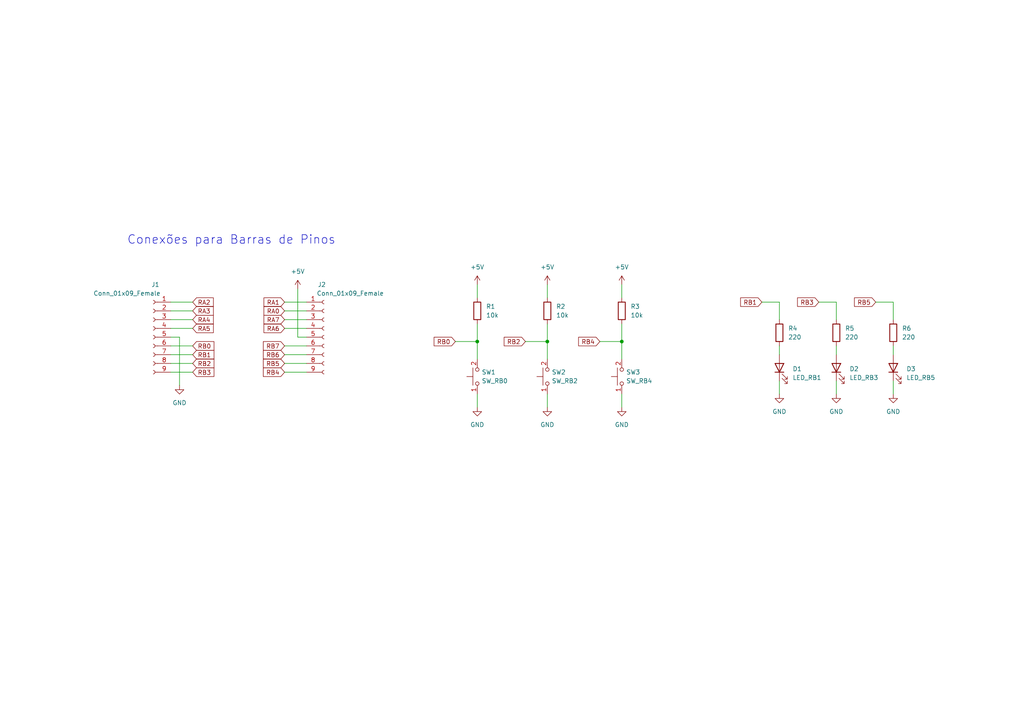
<source format=kicad_sch>
(kicad_sch (version 20211123) (generator eeschema)
  (paper "A4")
  (title_block (title "Shield LEDs e Botoes") (date "2022-09-15") (rev "Arthur Castro"))
  (lib_symbols
    (symbol "Connector:Conn_01x09_Female" (pin_names (offset 1.016) hide)
      (property "Reference" "J" (at 0 12.7 0))
      (property "Value" "Conn_01x09_Female" (at 0 -12.7 0))
      (symbol "Conn_01x09_Female_1_1"
        (arc (start 0 -9.652) (mid -0.508 -10.16) (end 0 -10.668) (stroke (width 0.1524)))
        (arc (start 0 -7.112) (mid -0.508 -7.62) (end 0 -8.128) (stroke (width 0.1524)))
        (arc (start 0 -4.572) (mid -0.508 -5.08) (end 0 -5.588) (stroke (width 0.1524)))
        (arc (start 0 -2.032) (mid -0.508 -2.54) (end 0 -3.048) (stroke (width 0.1524)))
        (polyline (pts (xy -1.27 -10.16) (xy -0.508 -10.16)) (stroke (width 0.1524)))
        (polyline (pts (xy -1.27 -7.62) (xy -0.508 -7.62)) (stroke (width 0.1524)))
        (polyline (pts (xy -1.27 -5.08) (xy -0.508 -5.08)) (stroke (width 0.1524)))
        (polyline (pts (xy -1.27 -2.54) (xy -0.508 -2.54)) (stroke (width 0.1524)))
        (polyline (pts (xy -1.27 0) (xy -0.508 0)) (stroke (width 0.1524)))
        (polyline (pts (xy -1.27 2.54) (xy -0.508 2.54)) (stroke (width 0.1524)))
        (polyline (pts (xy -1.27 5.08) (xy -0.508 5.08)) (stroke (width 0.1524)))
        (polyline (pts (xy -1.27 7.62) (xy -0.508 7.62)) (stroke (width 0.1524)))
        (polyline (pts (xy -1.27 10.16) (xy -0.508 10.16)) (stroke (width 0.1524)))
        (arc (start 0 0.508) (mid -0.508 0) (end 0 -0.508) (stroke (width 0.1524)))
        (arc (start 0 3.048) (mid -0.508 2.54) (end 0 2.032) (stroke (width 0.1524)))
        (arc (start 0 5.588) (mid -0.508 5.08) (end 0 4.572) (stroke (width 0.1524)))
        (arc (start 0 8.128) (mid -0.508 7.62) (end 0 7.112) (stroke (width 0.1524)))
        (arc (start 0 10.668) (mid -0.508 10.16) (end 0 9.652) (stroke (width 0.1524)))
        (pin passive line (at -5.08 10.16 0) (length 3.81) (name "Pin_1") (number "1"))
        (pin passive line (at -5.08 7.62 0) (length 3.81) (name "Pin_2") (number "2"))
        (pin passive line (at -5.08 5.08 0) (length 3.81) (name "Pin_3") (number "3"))
        (pin passive line (at -5.08 2.54 0) (length 3.81) (name "Pin_4") (number "4"))
        (pin passive line (at -5.08 0 0) (length 3.81) (name "Pin_5") (number "5"))
        (pin passive line (at -5.08 -2.54 0) (length 3.81) (name "Pin_6") (number "6"))
        (pin passive line (at -5.08 -5.08 0) (length 3.81) (name "Pin_7") (number "7"))
        (pin passive line (at -5.08 -7.62 0) (length 3.81) (name "Pin_8") (number "8"))
        (pin passive line (at -5.08 -10.16 0) (length 3.81) (name "Pin_9") (number "9"))
      )
    )
    (symbol "Device:LED" (pin_numbers hide) (pin_names (offset 1.016) hide)
      (property "Reference" "D" (at 0 2.54 0))
      (property "Value" "LED" (at 0 -2.54 0))
      (symbol "LED_0_1"
        (polyline (pts (xy -1.27 -1.27) (xy -1.27 1.27)) (stroke (width 0.254)))
        (polyline (pts (xy -1.27 0) (xy 1.27 0)))
        (polyline (pts (xy 1.27 -1.27) (xy 1.27 1.27) (xy -1.27 0) (xy 1.27 -1.27)) (stroke (width 0.254)))
        (polyline (pts (xy -3.048 -0.762) (xy -4.572 -2.286) (xy -3.81 -2.286) (xy -4.572 -2.286) (xy -4.572 -1.524)))
        (polyline (pts (xy -1.778 -0.762) (xy -3.302 -2.286) (xy -2.54 -2.286) (xy -3.302 -2.286) (xy -3.302 -1.524)))
      )
      (symbol "LED_1_1"
        (pin passive line (at -3.81 0 0) (length 2.54) (name "K") (number "1"))
        (pin passive line (at 3.81 0 180) (length 2.54) (name "A") (number "2"))
      )
    )
    (symbol "Device:R" (pin_numbers hide) (pin_names (offset 0))
      (property "Reference" "R" (at 2.032 0 90))
      (property "Value" "R" (at 0 0 90))
      (symbol "R_0_1"
        (rectangle (start -1.016 -2.54) (end 1.016 2.54) (stroke (width 0.254)))
      )
      (symbol "R_1_1"
        (pin passive line (at 0 3.81 270) (length 1.27) (name "~") (number "1"))
        (pin passive line (at 0 -3.81 90) (length 1.27) (name "~") (number "2"))
      )
    )
    (symbol "SW_MEC_5G_1" (pin_names (offset 1.016) hide)
      (property "Reference" "SW1" (at 1.27 1.2701 90))
      (property "Value" "SW_RB0" (at 1.27 -1.2699 90))
      (symbol "SW_MEC_5G_1_0_1"
        (circle (center -2.032 0) (radius 0.508))
        (polyline (pts (xy 0 1.27) (xy 0 3.048)))
        (polyline (pts (xy 2.54 1.27) (xy -2.54 1.27)))
        (circle (center 2.032 0) (radius 0.508))
        (pin passive line (at -5.08 0 0) (length 2.54) (name "A") (number "1"))
        (pin passive line (at 5.08 0 180) (length 2.54) (name "B") (number "2"))
      )
      (symbol "SW_MEC_5G_1_1_1"
        (pin passive line (at -5.08 0 0) (length 2.54) hide (name "A") (number "1"))
        (pin passive line (at 5.08 0 180) (length 2.54) hide (name "B") (number "2"))
      )
    )
    (symbol "power:+5V" (power) (pin_names (offset 0))
      (property "Value" "+5V" (at 0 3.556 0))
      (symbol "+5V_0_1"
        (polyline (pts (xy -0.762 1.27) (xy 0 2.54)))
        (polyline (pts (xy 0 0) (xy 0 2.54)))
        (polyline (pts (xy 0 2.54) (xy 0.762 1.27)))
      )
      (symbol "+5V_1_1"
        (pin power_in line (at 0 0 90) (length 0) hide (name "+5V") (number "1"))
      )
    )
    (symbol "power:GND" (power) (pin_names (offset 0))
      (property "Value" "GND" (at 0 -3.81 0))
      (symbol "GND_0_1"
        (polyline (pts (xy 0 0) (xy 0 -1.27) (xy 1.27 -1.27) (xy 0 -2.54) (xy -1.27 -1.27) (xy 0 -1.27)))
      )
      (symbol "GND_1_1"
        (pin power_in line (at 0 0 270) (length 0) hide (name "GND") (number "1"))
      )
    )
  )
  (junction (at 138.43 99.06))
  (junction (at 158.75 99.06))
  (junction (at 180.34 99.06))
  (wire (pts (xy 52.07 97.79) (xy 49.53 97.79)))
  (wire (pts (xy 138.43 93.98) (xy 138.43 99.06)))
  (wire (pts (xy 88.9 105.41) (xy 82.55 105.41)))
  (wire (pts (xy 49.53 107.95) (xy 55.88 107.95)))
  (wire (pts (xy 138.43 99.06) (xy 138.43 104.14)))
  (wire (pts (xy 132.08 99.06) (xy 138.43 99.06)))
  (wire (pts (xy 226.06 87.63) (xy 226.06 92.71)))
  (wire (pts (xy 88.9 87.63) (xy 82.55 87.63)))
  (wire (pts (xy 49.53 87.63) (xy 55.88 87.63)))
  (wire (pts (xy 86.36 83.82) (xy 86.36 97.79)))
  (wire (pts (xy 86.36 97.79) (xy 88.9 97.79)))
  (wire (pts (xy 49.53 102.87) (xy 55.88 102.87)))
  (wire (pts (xy 88.9 90.17) (xy 82.55 90.17)))
  (wire (pts (xy 259.08 87.63) (xy 259.08 92.71)))
  (wire (pts (xy 88.9 100.33) (xy 82.55 100.33)))
  (wire (pts (xy 49.53 90.17) (xy 55.88 90.17)))
  (wire (pts (xy 158.75 99.06) (xy 158.75 104.14)))
  (wire (pts (xy 152.4 99.06) (xy 158.75 99.06)))
  (wire (pts (xy 88.9 92.71) (xy 82.55 92.71)))
  (wire (pts (xy 138.43 82.55) (xy 138.43 86.36)))
  (wire (pts (xy 49.53 105.41) (xy 55.88 105.41)))
  (wire (pts (xy 180.34 82.55) (xy 180.34 86.36)))
  (wire (pts (xy 158.75 93.98) (xy 158.75 99.06)))
  (wire (pts (xy 180.34 114.3) (xy 180.34 118.11)))
  (wire (pts (xy 254 87.63) (xy 259.08 87.63)))
  (wire (pts (xy 88.9 102.87) (xy 82.55 102.87)))
  (wire (pts (xy 49.53 100.33) (xy 55.88 100.33)))
  (wire (pts (xy 158.75 82.55) (xy 158.75 86.36)))
  (wire (pts (xy 88.9 107.95) (xy 82.55 107.95)))
  (wire (pts (xy 226.06 100.33) (xy 226.06 102.87)))
  (wire (pts (xy 237.49 87.63) (xy 242.57 87.63)))
  (wire (pts (xy 220.98 87.63) (xy 226.06 87.63)))
  (wire (pts (xy 242.57 87.63) (xy 242.57 92.71)))
  (wire (pts (xy 259.08 100.33) (xy 259.08 102.87)))
  (wire (pts (xy 242.57 100.33) (xy 242.57 102.87)))
  (wire (pts (xy 226.06 110.49) (xy 226.06 114.3)))
  (wire (pts (xy 49.53 92.71) (xy 55.88 92.71)))
  (wire (pts (xy 158.75 114.3) (xy 158.75 118.11)))
  (wire (pts (xy 52.07 111.76) (xy 52.07 97.79)))
  (wire (pts (xy 180.34 99.06) (xy 180.34 104.14)))
  (wire (pts (xy 173.99 99.06) (xy 180.34 99.06)))
  (wire (pts (xy 49.53 95.25) (xy 55.88 95.25)))
  (wire (pts (xy 88.9 95.25) (xy 82.55 95.25)))
  (wire (pts (xy 180.34 93.98) (xy 180.34 99.06)))
  (wire (pts (xy 242.57 110.49) (xy 242.57 114.3)))
  (wire (pts (xy 259.08 110.49) (xy 259.08 114.3)))
  (wire (pts (xy 138.43 114.3) (xy 138.43 118.11)))
  (text "Conexões para Barras de Pinos" (at 36.83 71.12 0) (effects (font (size 2.5 2.5)) (justify left bottom)))
  (global_label "RB4" (shape input) (at 82.55 107.95 180) (property "Intersheet References" "${INTERSHEET_REFS}" (effects hide)))
  (global_label "RB0" (shape input) (at 132.08 99.06 180) (property "Intersheet References" "${INTERSHEET_REFS}" (effects hide)))
  (global_label "RB0" (shape input) (at 55.88 100.33 0) (property "Intersheet References" "${INTERSHEET_REFS}" (effects hide)))
  (global_label "RA7" (shape input) (at 82.55 92.71 180) (property "Intersheet References" "${INTERSHEET_REFS}" (effects hide)))
  (global_label "RB6" (shape input) (at 82.55 102.87 180) (property "Intersheet References" "${INTERSHEET_REFS}" (effects hide)))
  (global_label "RB7" (shape input) (at 82.55 100.33 180) (property "Intersheet References" "${INTERSHEET_REFS}" (effects hide)))
  (global_label "RB5" (shape input) (at 254 87.63 180) (property "Intersheet References" "${INTERSHEET_REFS}" (effects hide)))
  (global_label "RB1" (shape input) (at 220.98 87.63 180) (property "Intersheet References" "${INTERSHEET_REFS}" (effects hide)))
  (global_label "RA3" (shape input) (at 55.88 90.17 0) (property "Intersheet References" "${INTERSHEET_REFS}" (effects hide)))
  (global_label "RA1" (shape input) (at 82.55 87.63 180) (property "Intersheet References" "${INTERSHEET_REFS}" (effects hide)))
  (global_label "RB5" (shape input) (at 82.55 105.41 180) (property "Intersheet References" "${INTERSHEET_REFS}" (effects hide)))
  (global_label "RA5" (shape input) (at 55.88 95.25 0) (property "Intersheet References" "${INTERSHEET_REFS}" (effects hide)))
  (global_label "RA0" (shape input) (at 82.55 90.17 180) (property "Intersheet References" "${INTERSHEET_REFS}" (effects hide)))
  (global_label "RA2" (shape input) (at 55.88 87.63 0) (property "Intersheet References" "${INTERSHEET_REFS}" (effects hide)))
  (global_label "RB1" (shape input) (at 55.88 102.87 0) (property "Intersheet References" "${INTERSHEET_REFS}" (effects hide)))
  (global_label "RA4" (shape input) (at 55.88 92.71 0) (property "Intersheet References" "${INTERSHEET_REFS}" (effects hide)))
  (global_label "RB3" (shape input) (at 237.49 87.63 180) (property "Intersheet References" "${INTERSHEET_REFS}" (effects hide)))
  (global_label "RB4" (shape input) (at 173.99 99.06 180) (property "Intersheet References" "${INTERSHEET_REFS}" (effects hide)))
  (global_label "RB3" (shape input) (at 55.88 107.95 0) (property "Intersheet References" "${INTERSHEET_REFS}" (effects hide)))
  (global_label "RB2" (shape input) (at 55.88 105.41 0) (property "Intersheet References" "${INTERSHEET_REFS}" (effects hide)))
  (global_label "RB2" (shape input) (at 152.4 99.06 180) (property "Intersheet References" "${INTERSHEET_REFS}" (effects hide)))
  (global_label "RA6" (shape input) (at 82.55 95.25 180) (property "Intersheet References" "${INTERSHEET_REFS}" (effects hide)))
  (symbol (lib_id "Device:R") (at 138.43 90.17 0) (unit 1)
    (property "Reference" "R1" (at 140.97 88.8999 0) (effects (justify left)))
    (property "Value" "10k" (at 140.97 91.4399 0) (effects (justify left)))
    (property "Footprint" "Resistor_THT:R_Axial_DIN0207_L6.3mm_D2.5mm_P10.16mm_Horizontal" (effects hide))
  )
  (symbol (lib_id "Device:LED") (at 259.08 106.68 90) (unit 1)
    (property "Reference" "D3" (at 262.89 106.9974 90) (effects (justify right)))
    (property "Value" "LED_RB5" (at 262.89 109.5374 90) (effects (justify right)))
    (property "Footprint" "LED_THT:LED_D3.0mm" (effects hide))
  )
  (symbol (lib_id "Device:R") (at 158.75 90.17 0) (unit 1)
    (property "Reference" "R2" (at 161.29 88.8999 0) (effects (justify left)))
    (property "Value" "10k" (at 161.29 91.4399 0) (effects (justify left)))
    (property "Footprint" "Resistor_THT:R_Axial_DIN0207_L6.3mm_D2.5mm_P10.16mm_Horizontal" (effects hide))
  )
  (symbol (lib_id "Device:LED") (at 226.06 106.68 90) (unit 1)
    (property "Reference" "D1" (at 229.87 106.9974 90) (effects (justify right)))
    (property "Value" "LED_RB1" (at 229.87 109.5374 90) (effects (justify right)))
    (property "Footprint" "LED_THT:LED_D3.0mm" (effects hide))
  )
  (symbol (lib_id "Device:LED") (at 242.57 106.68 90) (unit 1)
    (property "Reference" "D2" (at 246.38 106.9974 90) (effects (justify right)))
    (property "Value" "LED_RB3" (at 246.38 109.5374 90) (effects (justify right)))
    (property "Footprint" "LED_THT:LED_D3.0mm" (effects hide))
  )
  (symbol (lib_id "Device:R") (at 242.57 96.52 0) (unit 1)
    (property "Reference" "R5" (at 245.11 95.2499 0) (effects (justify left)))
    (property "Value" "220" (at 245.11 97.7899 0) (effects (justify left)))
    (property "Footprint" "Resistor_THT:R_Axial_DIN0207_L6.3mm_D2.5mm_P10.16mm_Horizontal" (effects hide))
  )
  (symbol (lib_name "SW_MEC_5G_1") (lib_id "Switch:SW_MEC_5G") (at 180.34 109.22 90) (unit 1)
    (property "Reference" "SW3" (at 181.61 107.95 90) (effects (justify right)))
    (property "Value" "SW_RB4" (at 181.61 110.49 90) (effects (justify right)))
    (property "Footprint" "Button_Switch_THT:SW_PUSH_6mm_H5mm" (effects hide))
    (property "Datasheet" "http://www.apem.com/int/index.php?controller=attachment&id_attachment=488" (effects hide))
  )
  (symbol (lib_id "power:+5V") (at 180.34 82.55 0) (unit 1)
    (property "Reference" "#PWR0108" (effects hide))
    (property "Value" "+5V" (at 180.34 77.47 0))
  )
  (symbol (lib_id "power:GND") (at 180.34 118.11 0) (unit 1)
    (property "Reference" "#PWR0105" (effects hide))
    (property "Value" "GND" (at 180.34 123.19 0))
  )
  (symbol (lib_id "power:+5V") (at 138.43 82.55 0) (unit 1)
    (property "Reference" "#PWR0103" (effects hide))
    (property "Value" "+5V" (at 138.43 77.47 0))
  )
  (symbol (lib_id "power:GND") (at 226.06 114.3 0) (unit 1)
    (property "Reference" "#PWR0109" (effects hide))
    (property "Value" "GND" (at 226.06 119.38 0))
  )
  (symbol (lib_name "SW_MEC_5G_1") (lib_id "Switch:SW_MEC_5G") (at 138.43 109.22 90) (unit 1)
    (property "Reference" "SW1" (at 139.7 107.95 90) (effects (justify right)))
    (property "Value" "SW_RB0" (at 139.7 110.49 90) (effects (justify right)))
    (property "Footprint" "Button_Switch_THT:SW_PUSH_6mm_H5mm" (effects hide))
    (property "Datasheet" "http://www.apem.com/int/index.php?controller=attachment&id_attachment=488" (effects hide))
  )
  (symbol (lib_id "Connector:Conn_01x09_Female") (at 93.98 97.79 0) (unit 1)
    (property "Reference" "J2" (at 93.345 82.55 0))
    (property "Value" "Conn_01x09_Female" (at 101.6 85.09 0))
    (property "Footprint" "Connector_PinSocket_2.54mm:PinSocket_1x09_P2.54mm_Vertical" (effects hide))
  )
  (symbol (lib_id "power:GND") (at 52.07 111.76 0) (unit 1)
    (property "Reference" "#PWR0101" (effects hide))
    (property "Value" "GND" (at 52.07 116.84 0))
  )
  (symbol (lib_id "Device:R") (at 226.06 96.52 0) (unit 1)
    (property "Reference" "R4" (at 228.6 95.2499 0) (effects (justify left)))
    (property "Value" "220" (at 228.6 97.7899 0) (effects (justify left)))
    (property "Footprint" "Resistor_THT:R_Axial_DIN0207_L6.3mm_D2.5mm_P10.16mm_Horizontal" (effects hide))
  )
  (symbol (lib_id "Connector:Conn_01x09_Female") (at 44.45 97.79 0) (mirror y) (unit 1)
    (property "Reference" "J1" (at 45.085 82.55 0))
    (property "Value" "Conn_01x09_Female" (at 36.83 85.09 0))
    (property "Footprint" "Connector_PinSocket_2.54mm:PinSocket_1x09_P2.54mm_Vertical" (effects hide))
  )
  (symbol (lib_id "power:+5V") (at 86.36 83.82 0) (unit 1)
    (property "Reference" "#PWR0102" (effects hide))
    (property "Value" "+5V" (at 86.36 78.74 0))
  )
  (symbol (lib_id "Device:R") (at 259.08 96.52 0) (unit 1)
    (property "Reference" "R6" (at 261.62 95.2499 0) (effects (justify left)))
    (property "Value" "220" (at 261.62 97.7899 0) (effects (justify left)))
    (property "Footprint" "Resistor_THT:R_Axial_DIN0207_L6.3mm_D2.5mm_P10.16mm_Horizontal" (effects hide))
  )
  (symbol (lib_name "SW_MEC_5G_1") (lib_id "Switch:SW_MEC_5G") (at 158.75 109.22 90) (unit 1)
    (property "Reference" "SW2" (at 160.02 107.9499 90) (effects (justify right)))
    (property "Value" "SW_RB2" (at 160.02 110.4899 90) (effects (justify right)))
    (property "Footprint" "Button_Switch_THT:SW_PUSH_6mm_H5mm" (effects hide))
    (property "Datasheet" "http://www.apem.com/int/index.php?controller=attachment&id_attachment=488" (effects hide))
  )
  (symbol (lib_id "power:GND") (at 242.57 114.3 0) (unit 1)
    (property "Reference" "#PWR0111" (effects hide))
    (property "Value" "GND" (at 242.57 119.38 0))
  )
  (symbol (lib_id "power:GND") (at 259.08 114.3 0) (unit 1)
    (property "Reference" "#PWR0110" (effects hide))
    (property "Value" "GND" (at 259.08 119.38 0))
  )
  (symbol (lib_id "power:+5V") (at 158.75 82.55 0) (unit 1)
    (property "Reference" "#PWR0104" (effects hide))
    (property "Value" "+5V" (at 158.75 77.47 0))
  )
  (symbol (lib_id "power:GND") (at 138.43 118.11 0) (unit 1)
    (property "Reference" "#PWR0106" (effects hide))
    (property "Value" "GND" (at 138.43 123.19 0))
  )
  (symbol (lib_id "Device:R") (at 180.34 90.17 0) (unit 1)
    (property "Reference" "R3" (at 182.88 88.8999 0) (effects (justify left)))
    (property "Value" "10k" (at 182.88 91.4399 0) (effects (justify left)))
    (property "Footprint" "Resistor_THT:R_Axial_DIN0207_L6.3mm_D2.5mm_P10.16mm_Horizontal" (effects hide))
  )
  (symbol (lib_id "power:GND") (at 158.75 118.11 0) (unit 1)
    (property "Reference" "#PWR0107" (effects hide))
    (property "Value" "GND" (at 158.75 123.19 0))
  )
)
</source>
